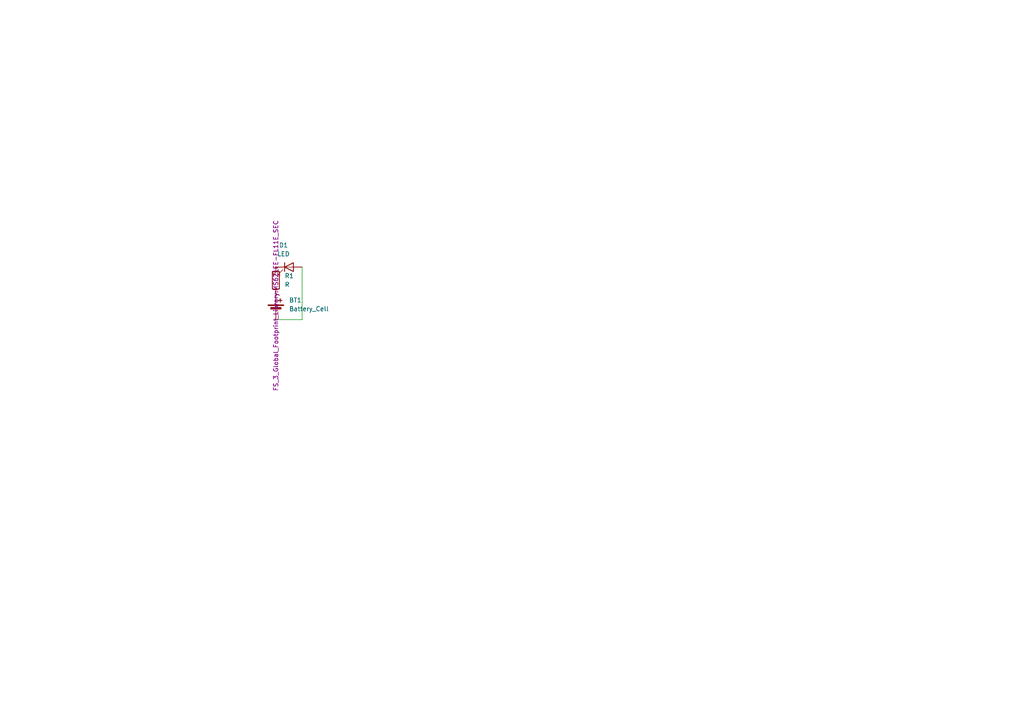
<source format=kicad_sch>
(kicad_sch (version 20231120) (generator "eeschema") (generator_version "8.0")
  (paper "A4")
  (lib_symbols
    (symbol "Device:Battery_Cell" (pin_numbers hide) (pin_names (offset 0) hide)
      (property "Reference" "BT" (at 2.54 2.54 0))
      (property "Value" "Battery_Cell" (at 2.54 0 0))
      (symbol "Battery_Cell_0_1"
        (rectangle (start -2.286 1.778) (end 2.286 1.524) (fill (type outline)))
        (rectangle (start -1.524 1.016) (end 1.524 0.508) (fill (type outline)))
        (polyline (pts (xy 0 0.762) (xy 0 0)))
        (polyline (pts (xy 0 1.778) (xy 0 2.54)))
        (polyline (pts (xy 0.762 3.048) (xy 1.778 3.048)) (stroke (width 0.254)))
        (polyline (pts (xy 1.27 3.556) (xy 1.27 2.54)) (stroke (width 0.254)))
      )
      (symbol "Battery_Cell_1_1"
        (pin passive line (at 0 5.08 270) (length 2.54) (name "+") (number "1"))
        (pin passive line (at 0 -2.54 90) (length 2.54) (name "-") (number "2"))
      )
    )
    (symbol "Device:LED" (pin_numbers hide) (pin_names (offset 1.016) hide)
      (property "Reference" "D" (at 0 2.54 0))
      (property "Value" "LED" (at 0 -2.54 0))
      (symbol "LED_0_1"
        (polyline (pts (xy -1.27 -1.27) (xy -1.27 1.27)) (stroke (width 0.254)))
        (polyline (pts (xy -1.27 0) (xy 1.27 0)))
        (polyline (pts (xy 1.27 -1.27) (xy 1.27 1.27) (xy -1.27 0) (xy 1.27 -1.27)) (stroke (width 0.254)))
        (polyline (pts (xy -3.048 -0.762) (xy -4.572 -2.286) (xy -3.81 -2.286) (xy -4.572 -2.286) (xy -4.572 -1.524)))
        (polyline (pts (xy -1.778 -0.762) (xy -3.302 -2.286) (xy -2.54 -2.286) (xy -3.302 -2.286) (xy -3.302 -1.524)))
      )
      (symbol "LED_1_1"
        (pin passive line (at -3.81 0 0) (length 2.54) (name "K") (number "1"))
        (pin passive line (at 3.81 0 180) (length 2.54) (name "A") (number "2"))
      )
    )
    (symbol "Device:R" (pin_numbers hide) (pin_names (offset 0))
      (property "Reference" "R" (at 2.032 0 90))
      (property "Value" "R" (at 0 0 90))
      (symbol "R_0_1"
        (rectangle (start -1.016 -2.54) (end 1.016 2.54) (stroke (width 0.254)))
      )
      (symbol "R_1_1"
        (pin passive line (at 0 3.81 270) (length 1.27) (name "~") (number "1"))
        (pin passive line (at 0 -3.81 90) (length 1.27) (name "~") (number "2"))
      )
    )
  )
  (wire (pts (xy 87.63 77.47) (xy 87.63 92.71)))
  (wire (pts (xy 87.63 92.71) (xy 80.01 92.71)))
  (symbol (lib_id "Device:Battery_Cell") (at 80.01 90.17 0) (unit 1)
    (property "Reference" "BT1" (at 83.82 87.0584 0) (effects (justify left)))
    (property "Value" "Battery_Cell" (at 83.82 89.5984 0) (effects (justify left)))
    (property "Footprint" "FS_3_Global_Footprint_Library:MS621FE-FL11E_SEC" (at 80.01 88.646 90))
    (property "Description" "Single-cell battery" (effects (hide yes)))
  )
  (symbol (lib_id "Device:R") (at 80.01 81.28 0) (unit 1)
    (property "Reference" "R1" (at 82.55 80.0099 0) (effects (justify left)))
    (property "Value" "R" (at 82.55 82.5499 0) (effects (justify left)))
    (property "Footprint" "Resistor_SMD:R_0805_2012Metric_Pad1.20x1.40mm_HandSolder" (effects (hide yes)))
    (property "Description" "Resistor" (effects (hide yes)))
  )
  (symbol (lib_id "Device:LED") (at 83.82 77.47 0) (unit 1)
    (property "Reference" "D1" (at 82.2325 71.12 0))
    (property "Value" "LED" (at 82.2325 73.66 0))
    (property "Description" "Light emitting diode" (effects (hide yes)))
  )
)
</source>
